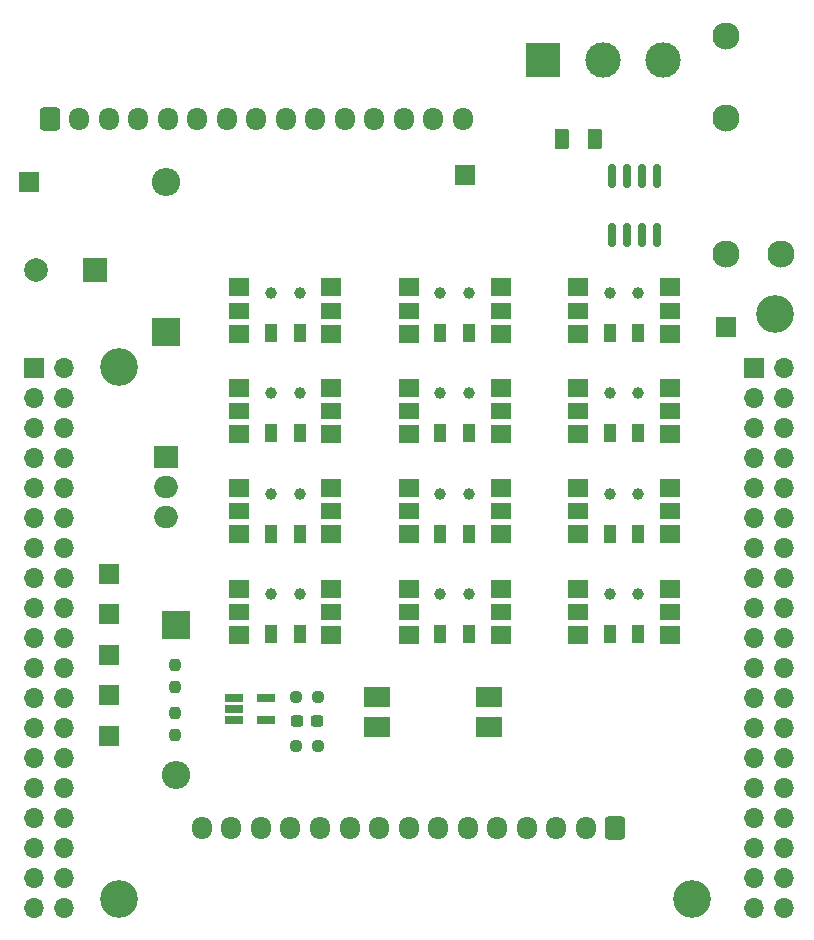
<source format=gbs>
%TF.GenerationSoftware,KiCad,Pcbnew,(5.99.0-13294-g19fc8c6d98)*%
%TF.CreationDate,2021-11-25T20:45:44+01:00*%
%TF.ProjectId,easyrelay,65617379-7265-46c6-9179-2e6b69636164,rev?*%
%TF.SameCoordinates,Original*%
%TF.FileFunction,Soldermask,Bot*%
%TF.FilePolarity,Negative*%
%FSLAX46Y46*%
G04 Gerber Fmt 4.6, Leading zero omitted, Abs format (unit mm)*
G04 Created by KiCad (PCBNEW (5.99.0-13294-g19fc8c6d98)) date 2021-11-25 20:45:44*
%MOMM*%
%LPD*%
G01*
G04 APERTURE LIST*
G04 Aperture macros list*
%AMRoundRect*
0 Rectangle with rounded corners*
0 $1 Rounding radius*
0 $2 $3 $4 $5 $6 $7 $8 $9 X,Y pos of 4 corners*
0 Add a 4 corners polygon primitive as box body*
4,1,4,$2,$3,$4,$5,$6,$7,$8,$9,$2,$3,0*
0 Add four circle primitives for the rounded corners*
1,1,$1+$1,$2,$3*
1,1,$1+$1,$4,$5*
1,1,$1+$1,$6,$7*
1,1,$1+$1,$8,$9*
0 Add four rect primitives between the rounded corners*
20,1,$1+$1,$2,$3,$4,$5,0*
20,1,$1+$1,$4,$5,$6,$7,0*
20,1,$1+$1,$6,$7,$8,$9,0*
20,1,$1+$1,$8,$9,$2,$3,0*%
G04 Aperture macros list end*
%ADD10R,1.700000X1.700000*%
%ADD11C,3.200000*%
%ADD12O,1.700000X1.700000*%
%ADD13R,2.400000X2.400000*%
%ADD14O,2.400000X2.400000*%
%ADD15RoundRect,0.250000X0.600000X0.725000X-0.600000X0.725000X-0.600000X-0.725000X0.600000X-0.725000X0*%
%ADD16O,1.700000X1.950000*%
%ADD17RoundRect,0.250000X-0.600000X-0.725000X0.600000X-0.725000X0.600000X0.725000X-0.600000X0.725000X0*%
%ADD18R,1.800000X1.450000*%
%ADD19R,1.800000X1.500000*%
%ADD20C,1.000000*%
%ADD21R,1.000000X1.600000*%
%ADD22R,2.300000X1.780000*%
%ADD23RoundRect,0.237500X-0.300000X-0.237500X0.300000X-0.237500X0.300000X0.237500X-0.300000X0.237500X0*%
%ADD24RoundRect,0.237500X-0.250000X-0.237500X0.250000X-0.237500X0.250000X0.237500X-0.250000X0.237500X0*%
%ADD25RoundRect,0.150000X-0.150000X0.825000X-0.150000X-0.825000X0.150000X-0.825000X0.150000X0.825000X0*%
%ADD26R,3.000000X3.000000*%
%ADD27C,3.000000*%
%ADD28RoundRect,0.250000X-0.375000X-0.625000X0.375000X-0.625000X0.375000X0.625000X-0.375000X0.625000X0*%
%ADD29RoundRect,0.237500X-0.237500X0.250000X-0.237500X-0.250000X0.237500X-0.250000X0.237500X0.250000X0*%
%ADD30C,2.300000*%
%ADD31R,2.000000X2.000000*%
%ADD32C,2.000000*%
%ADD33R,2.000000X1.905000*%
%ADD34O,2.000000X1.905000*%
%ADD35RoundRect,0.237500X0.250000X0.237500X-0.250000X0.237500X-0.250000X-0.237500X0.250000X-0.237500X0*%
%ADD36R,1.560000X0.650000*%
G04 APERTURE END LIST*
D10*
%TO.C,TPGND*%
X107900000Y-60300000D03*
%TD*%
%TO.C,TP5V*%
X114652000Y-93504000D03*
%TD*%
%TO.C,TP3V3*%
X114652000Y-96933000D03*
%TD*%
%TO.C,TPRPM*%
X114652000Y-100362000D03*
%TD*%
%TO.C,TPBAT*%
X114652000Y-103791000D03*
%TD*%
%TO.C,TPACC*%
X114652000Y-107220000D03*
%TD*%
%TO.C,J3*%
X144800000Y-59722000D03*
%TD*%
%TO.C,TPCUR*%
X166900000Y-72600000D03*
%TD*%
D11*
%TO.C,H4*%
X164000000Y-121000000D03*
%TD*%
D10*
%TO.C,J4*%
X108250000Y-76030000D03*
D12*
X110790000Y-76030000D03*
X108250000Y-78570000D03*
X110790000Y-78570000D03*
X108250000Y-81110000D03*
X110790000Y-81110000D03*
X108250000Y-83650000D03*
X110790000Y-83650000D03*
X108250000Y-86190000D03*
X110790000Y-86190000D03*
X108250000Y-88730000D03*
X110790000Y-88730000D03*
X108250000Y-91270000D03*
X110790000Y-91270000D03*
X108250000Y-93810000D03*
X110790000Y-93810000D03*
X108250000Y-96350000D03*
X110790000Y-96350000D03*
X108250000Y-98890000D03*
X110790000Y-98890000D03*
X108250000Y-101430000D03*
X110790000Y-101430000D03*
X108250000Y-103970000D03*
X110790000Y-103970000D03*
X108250000Y-106510000D03*
X110790000Y-106510000D03*
X108250000Y-109050000D03*
X110790000Y-109050000D03*
X108250000Y-111590000D03*
X110790000Y-111590000D03*
X108250000Y-114130000D03*
X110790000Y-114130000D03*
X108250000Y-116670000D03*
X110790000Y-116670000D03*
X108250000Y-119210000D03*
X110790000Y-119210000D03*
X108250000Y-121750000D03*
X110790000Y-121750000D03*
%TD*%
D11*
%TO.C,H3*%
X115500000Y-121000000D03*
%TD*%
%TO.C,H2*%
X171000000Y-71500000D03*
%TD*%
D13*
%TO.C,D2*%
X120300000Y-97850000D03*
D14*
X120300000Y-110550000D03*
%TD*%
D15*
%TO.C,J5*%
X157500000Y-115000000D03*
D16*
X155000000Y-115000000D03*
X152500000Y-115000000D03*
X150000000Y-115000000D03*
X147500000Y-115000000D03*
X145000000Y-115000000D03*
X142500000Y-115000000D03*
X140000000Y-115000000D03*
X137500000Y-115000000D03*
X135000000Y-115000000D03*
X132500000Y-115000000D03*
X130000000Y-115000000D03*
X127500000Y-115000000D03*
X125000000Y-115000000D03*
X122500000Y-115000000D03*
%TD*%
D10*
%TO.C,J6*%
X169210000Y-76030000D03*
D12*
X171750000Y-76030000D03*
X169210000Y-78570000D03*
X171750000Y-78570000D03*
X169210000Y-81110000D03*
X171750000Y-81110000D03*
X169210000Y-83650000D03*
X171750000Y-83650000D03*
X169210000Y-86190000D03*
X171750000Y-86190000D03*
X169210000Y-88730000D03*
X171750000Y-88730000D03*
X169210000Y-91270000D03*
X171750000Y-91270000D03*
X169210000Y-93810000D03*
X171750000Y-93810000D03*
X169210000Y-96350000D03*
X171750000Y-96350000D03*
X169210000Y-98890000D03*
X171750000Y-98890000D03*
X169210000Y-101430000D03*
X171750000Y-101430000D03*
X169210000Y-103970000D03*
X171750000Y-103970000D03*
X169210000Y-106510000D03*
X171750000Y-106510000D03*
X169210000Y-109050000D03*
X171750000Y-109050000D03*
X169210000Y-111590000D03*
X171750000Y-111590000D03*
X169210000Y-114130000D03*
X171750000Y-114130000D03*
X169210000Y-116670000D03*
X171750000Y-116670000D03*
X169210000Y-119210000D03*
X171750000Y-119210000D03*
X169210000Y-121750000D03*
X171750000Y-121750000D03*
%TD*%
D17*
%TO.C,J2*%
X109600000Y-55000000D03*
D16*
X112100000Y-55000000D03*
X114600000Y-55000000D03*
X117100000Y-55000000D03*
X119600000Y-55000000D03*
X122100000Y-55000000D03*
X124600000Y-55000000D03*
X127100000Y-55000000D03*
X129600000Y-55000000D03*
X132100000Y-55000000D03*
X134600000Y-55000000D03*
X137100000Y-55000000D03*
X139600000Y-55000000D03*
X142100000Y-55000000D03*
X144600000Y-55000000D03*
%TD*%
D11*
%TO.C,H1*%
X115500000Y-76000000D03*
%TD*%
D18*
%TO.C,K1*%
X162133333Y-71200000D03*
D19*
X162133333Y-69250000D03*
D20*
X159433333Y-69700000D03*
X157033333Y-69700000D03*
D19*
X154333333Y-69250000D03*
D18*
X154333333Y-71200000D03*
D19*
X154333333Y-73150000D03*
D21*
X157033333Y-73100000D03*
X159433333Y-73100000D03*
D19*
X162133333Y-73150000D03*
%TD*%
D22*
%TO.C,U7*%
X137319000Y-106458000D03*
X137319000Y-103918000D03*
X146849000Y-103918000D03*
X146849000Y-106458000D03*
%TD*%
D18*
%TO.C,K11*%
X147800000Y-96700000D03*
D19*
X147800000Y-94750000D03*
D20*
X145100000Y-95200000D03*
X142700000Y-95200000D03*
D19*
X140000000Y-94750000D03*
D18*
X140000000Y-96700000D03*
D19*
X140000000Y-98650000D03*
D21*
X142700000Y-98600000D03*
X145100000Y-98600000D03*
D19*
X147800000Y-98650000D03*
%TD*%
D18*
%TO.C,K4*%
X162133333Y-79700000D03*
D19*
X162133333Y-77750000D03*
D20*
X159433333Y-78200000D03*
X157033333Y-78200000D03*
D19*
X154333333Y-77750000D03*
D18*
X154333333Y-79700000D03*
D19*
X154333333Y-81650000D03*
D21*
X157033333Y-81600000D03*
X159433333Y-81600000D03*
D19*
X162133333Y-81650000D03*
%TD*%
D23*
%TO.C,C6*%
X130553500Y-105950000D03*
X132278500Y-105950000D03*
%TD*%
D18*
%TO.C,K6*%
X133466667Y-79700000D03*
D19*
X133466667Y-77750000D03*
D20*
X130766667Y-78200000D03*
X128366667Y-78200000D03*
D19*
X125666667Y-77750000D03*
D18*
X125666667Y-79700000D03*
D19*
X125666667Y-81650000D03*
D21*
X128366667Y-81600000D03*
X130766667Y-81600000D03*
D19*
X133466667Y-81650000D03*
%TD*%
D24*
%TO.C,R7*%
X130487500Y-108100000D03*
X132312500Y-108100000D03*
%TD*%
D25*
%TO.C,U8*%
X157195000Y-59825000D03*
X158465000Y-59825000D03*
X159735000Y-59825000D03*
X161005000Y-59825000D03*
X161005000Y-64775000D03*
X159735000Y-64775000D03*
X158465000Y-64775000D03*
X157195000Y-64775000D03*
%TD*%
D26*
%TO.C,J1*%
X151387500Y-50000000D03*
D27*
X156467500Y-50000000D03*
X161547500Y-50000000D03*
%TD*%
D18*
%TO.C,K8*%
X147800000Y-88200000D03*
D19*
X147800000Y-86250000D03*
D20*
X145100000Y-86700000D03*
X142700000Y-86700000D03*
D19*
X140000000Y-86250000D03*
D18*
X140000000Y-88200000D03*
D19*
X140000000Y-90150000D03*
D21*
X142700000Y-90100000D03*
X145100000Y-90100000D03*
D19*
X147800000Y-90150000D03*
%TD*%
D18*
%TO.C,K9*%
X133466667Y-88200000D03*
D19*
X133466667Y-86250000D03*
D20*
X130766667Y-86700000D03*
X128366667Y-86700000D03*
D19*
X125666667Y-86250000D03*
D18*
X125666667Y-88200000D03*
D19*
X125666667Y-90150000D03*
D21*
X128366667Y-90100000D03*
X130766667Y-90100000D03*
D19*
X133466667Y-90150000D03*
%TD*%
D18*
%TO.C,K2*%
X147800000Y-71200000D03*
D19*
X147800000Y-69250000D03*
D20*
X145100000Y-69700000D03*
X142700000Y-69700000D03*
D19*
X140000000Y-69250000D03*
D18*
X140000000Y-71200000D03*
D19*
X140000000Y-73150000D03*
D21*
X142700000Y-73100000D03*
X145100000Y-73100000D03*
D19*
X147800000Y-73150000D03*
%TD*%
D18*
%TO.C,K12*%
X133466667Y-96700000D03*
D19*
X133466667Y-94750000D03*
D20*
X130766667Y-95200000D03*
X128366667Y-95200000D03*
D19*
X125666667Y-94750000D03*
D18*
X125666667Y-96700000D03*
D19*
X125666667Y-98650000D03*
D21*
X128366667Y-98600000D03*
X130766667Y-98600000D03*
D19*
X133466667Y-98650000D03*
%TD*%
D18*
%TO.C,K10*%
X162133333Y-96700000D03*
D19*
X162133333Y-94750000D03*
D20*
X159433333Y-95200000D03*
X157033333Y-95200000D03*
D19*
X154333333Y-94750000D03*
D18*
X154333333Y-96700000D03*
D19*
X154333333Y-98650000D03*
D21*
X157033333Y-98600000D03*
X159433333Y-98600000D03*
D19*
X162133333Y-98650000D03*
%TD*%
D28*
%TO.C,F3*%
X153000000Y-56700000D03*
X155800000Y-56700000D03*
%TD*%
D29*
%TO.C,R6*%
X120240000Y-105291500D03*
X120240000Y-107116500D03*
%TD*%
D30*
%TO.C,K13*%
X166862500Y-66425000D03*
X166862500Y-54925000D03*
X166862500Y-47925000D03*
X171562500Y-66425000D03*
%TD*%
D31*
%TO.C,C1*%
X113467677Y-67800000D03*
D32*
X108467677Y-67800000D03*
%TD*%
D18*
%TO.C,K3*%
X133466667Y-71200000D03*
D19*
X133466667Y-69250000D03*
D20*
X130766667Y-69700000D03*
X128366667Y-69700000D03*
D19*
X125666667Y-69250000D03*
D18*
X125666667Y-71200000D03*
D19*
X125666667Y-73150000D03*
D21*
X128366667Y-73100000D03*
X130766667Y-73100000D03*
D19*
X133466667Y-73150000D03*
%TD*%
D33*
%TO.C,U1*%
X119450000Y-83600000D03*
D34*
X119450000Y-86140000D03*
X119450000Y-88680000D03*
%TD*%
D13*
%TO.C,D1*%
X119478000Y-73050000D03*
D14*
X119478000Y-60350000D03*
%TD*%
D18*
%TO.C,K5*%
X147800000Y-79700000D03*
D19*
X147800000Y-77750000D03*
D20*
X145100000Y-78200000D03*
X142700000Y-78200000D03*
D19*
X140000000Y-77750000D03*
D18*
X140000000Y-79700000D03*
D19*
X140000000Y-81650000D03*
D21*
X142700000Y-81600000D03*
X145100000Y-81600000D03*
D19*
X147800000Y-81650000D03*
%TD*%
D29*
%TO.C,R4*%
X120240000Y-101227500D03*
X120240000Y-103052500D03*
%TD*%
D35*
%TO.C,R5*%
X132328500Y-103918000D03*
X130503500Y-103918000D03*
%TD*%
D18*
%TO.C,K7*%
X162133334Y-88200000D03*
D19*
X162133334Y-86250000D03*
D20*
X159433334Y-86700000D03*
X157033334Y-86700000D03*
D19*
X154333334Y-86250000D03*
D18*
X154333334Y-88200000D03*
D19*
X154333334Y-90150000D03*
D21*
X157033334Y-90100000D03*
X159433334Y-90100000D03*
D19*
X162133334Y-90150000D03*
%TD*%
D36*
%TO.C,U6*%
X125240000Y-105884000D03*
X125240000Y-104934000D03*
X125240000Y-103984000D03*
X127940000Y-103984000D03*
X127940000Y-105884000D03*
%TD*%
M02*

</source>
